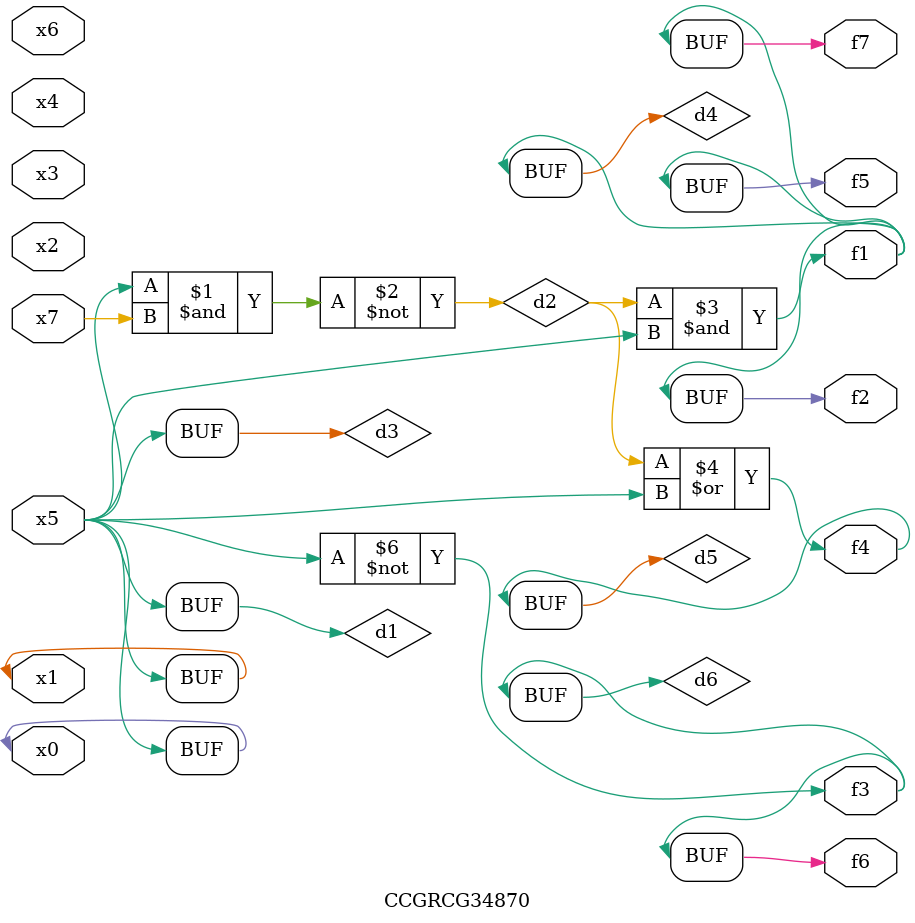
<source format=v>
module CCGRCG34870(
	input x0, x1, x2, x3, x4, x5, x6, x7,
	output f1, f2, f3, f4, f5, f6, f7
);

	wire d1, d2, d3, d4, d5, d6;

	buf (d1, x0, x5);
	nand (d2, x5, x7);
	buf (d3, x0, x1);
	and (d4, d2, d3);
	or (d5, d2, d3);
	nor (d6, d1, d3);
	assign f1 = d4;
	assign f2 = d4;
	assign f3 = d6;
	assign f4 = d5;
	assign f5 = d4;
	assign f6 = d6;
	assign f7 = d4;
endmodule

</source>
